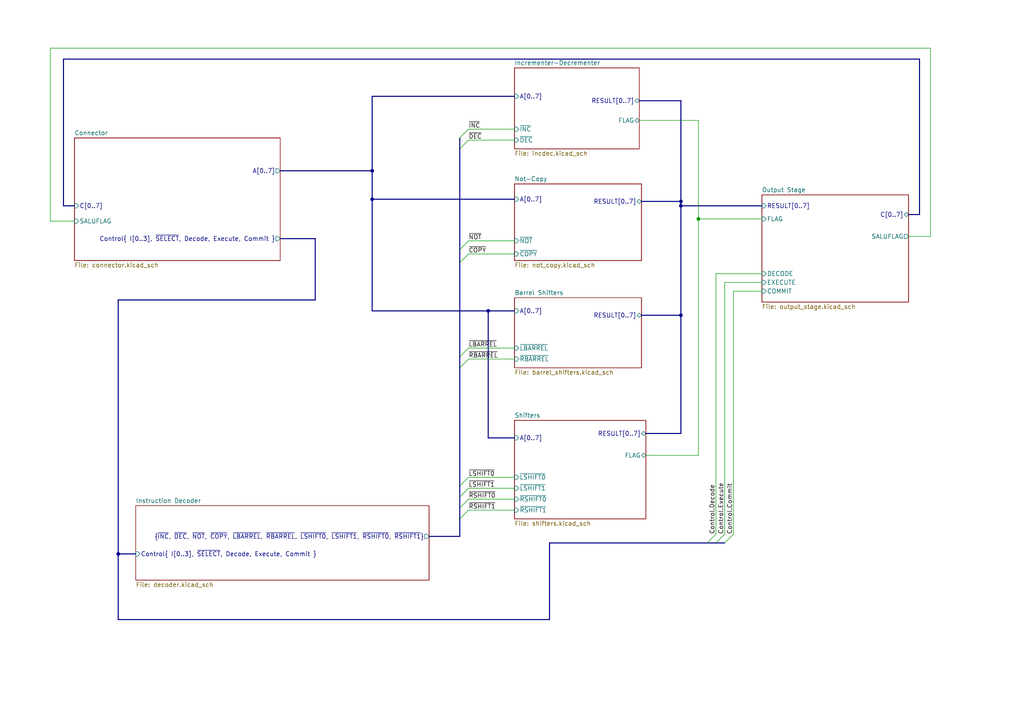
<source format=kicad_sch>
(kicad_sch (version 20211123) (generator eeschema)
  (paper "A4")
  (lib_symbols)
  (junction (at 197.485 91.44))
  (junction (at 202.565 63.5))
  (junction (at 197.485 59.69))
  (junction (at 107.95 57.785))
  (junction (at 197.485 58.42))
  (junction (at 141.605 90.17))
  (junction (at 34.29 160.655))
  (junction (at 107.95 49.53))
  (bus_entry (at 133.35 76.2) (size 2.54 -2.54))
  (bus_entry (at 133.35 140.97) (size 2.54 -2.54))
  (bus_entry (at 133.35 147.32) (size 2.54 -2.54))
  (bus_entry (at 133.35 144.145) (size 2.54 -2.54))
  (bus_entry (at 133.35 103.505) (size 2.54 -2.54))
  (bus_entry (at 133.35 43.18) (size 2.54 -2.54))
  (bus_entry (at 205.105 157.48) (size 2.54 -2.54))
  (bus_entry (at 133.35 150.495) (size 2.54 -2.54))
  (bus_entry (at 133.35 72.39) (size 2.54 -2.54))
  (bus_entry (at 210.185 157.48) (size 2.54 -2.54))
  (bus_entry (at 133.35 40.005) (size 2.54 -2.54))
  (bus_entry (at 133.35 106.68) (size 2.54 -2.54))
  (bus_entry (at 207.645 157.48) (size 2.54 -2.54))
  (bus (pts (xy 107.95 57.785) (xy 107.95 49.53)))
  (bus (pts (xy 207.645 157.48) (xy 210.185 157.48)))
  (wire (pts (xy 14.605 13.97) (xy 269.875 13.97)))
  (bus (pts (xy 133.35 43.18) (xy 133.35 72.39)))
  (bus (pts (xy 133.35 40.005) (xy 133.35 43.18)))
  (bus (pts (xy 159.385 157.48) (xy 205.105 157.48)))
  (bus (pts (xy 34.29 179.705) (xy 159.385 179.705)))
  (bus (pts (xy 197.485 125.73) (xy 187.325 125.73)))
  (wire (pts (xy 135.89 147.955) (xy 149.225 147.955)))
  (bus (pts (xy 18.415 59.69) (xy 21.59 59.69)))
  (wire (pts (xy 202.565 34.925) (xy 202.565 63.5)))
  (wire (pts (xy 202.565 63.5) (xy 202.565 132.08)))
  (wire (pts (xy 269.875 68.58) (xy 263.525 68.58)))
  (wire (pts (xy 135.89 40.64) (xy 149.225 40.64)))
  (bus (pts (xy 186.055 91.44) (xy 197.485 91.44)))
  (wire (pts (xy 135.89 141.605) (xy 149.225 141.605)))
  (bus (pts (xy 197.485 58.42) (xy 186.055 58.42)))
  (wire (pts (xy 207.645 79.375) (xy 220.98 79.375)))
  (bus (pts (xy 149.225 127) (xy 141.605 127)))
  (bus (pts (xy 205.105 157.48) (xy 207.645 157.48)))
  (bus (pts (xy 197.485 58.42) (xy 197.485 59.69)))
  (bus (pts (xy 149.225 57.785) (xy 107.95 57.785)))
  (wire (pts (xy 202.565 132.08) (xy 187.325 132.08)))
  (bus (pts (xy 18.415 17.145) (xy 18.415 59.69)))
  (bus (pts (xy 149.225 90.17) (xy 141.605 90.17)))
  (bus (pts (xy 266.7 62.23) (xy 266.7 17.145)))
  (bus (pts (xy 107.95 90.17) (xy 107.95 57.785)))
  (wire (pts (xy 135.89 37.465) (xy 149.225 37.465)))
  (bus (pts (xy 124.46 155.575) (xy 133.35 155.575)))
  (wire (pts (xy 269.875 13.97) (xy 269.875 68.58)))
  (bus (pts (xy 159.385 179.705) (xy 159.385 157.48)))
  (bus (pts (xy 107.95 49.53) (xy 107.95 27.94)))
  (wire (pts (xy 135.89 73.66) (xy 149.225 73.66)))
  (bus (pts (xy 197.485 59.69) (xy 197.485 91.44)))
  (bus (pts (xy 133.35 147.32) (xy 133.35 150.495)))
  (wire (pts (xy 202.565 63.5) (xy 220.98 63.5)))
  (bus (pts (xy 81.28 69.215) (xy 91.44 69.215)))
  (wire (pts (xy 210.185 154.94) (xy 210.185 81.915)))
  (bus (pts (xy 34.29 86.995) (xy 34.29 160.655)))
  (wire (pts (xy 14.605 64.135) (xy 14.605 13.97)))
  (bus (pts (xy 197.485 91.44) (xy 197.485 125.73)))
  (bus (pts (xy 107.95 27.94) (xy 149.225 27.94)))
  (bus (pts (xy 263.525 62.23) (xy 266.7 62.23)))
  (wire (pts (xy 212.725 84.455) (xy 220.98 84.455)))
  (bus (pts (xy 34.29 160.655) (xy 34.29 179.705)))
  (bus (pts (xy 133.35 150.495) (xy 133.35 155.575)))
  (wire (pts (xy 135.89 138.43) (xy 149.225 138.43)))
  (bus (pts (xy 133.35 72.39) (xy 133.35 76.2)))
  (bus (pts (xy 197.485 59.69) (xy 220.98 59.69)))
  (bus (pts (xy 81.28 49.53) (xy 107.95 49.53)))
  (bus (pts (xy 39.37 160.655) (xy 34.29 160.655)))
  (wire (pts (xy 207.645 154.94) (xy 207.645 79.375)))
  (bus (pts (xy 91.44 69.215) (xy 91.44 86.995)))
  (wire (pts (xy 212.725 154.94) (xy 212.725 84.455)))
  (bus (pts (xy 141.605 90.17) (xy 107.95 90.17)))
  (bus (pts (xy 197.485 29.21) (xy 197.485 58.42)))
  (wire (pts (xy 185.42 34.925) (xy 202.565 34.925)))
  (bus (pts (xy 133.35 144.145) (xy 133.35 147.32)))
  (wire (pts (xy 135.89 104.14) (xy 149.225 104.14)))
  (bus (pts (xy 141.605 127) (xy 141.605 90.17)))
  (wire (pts (xy 21.59 64.135) (xy 14.605 64.135)))
  (wire (pts (xy 135.89 144.78) (xy 149.225 144.78)))
  (bus (pts (xy 185.42 29.21) (xy 197.485 29.21)))
  (wire (pts (xy 135.89 69.85) (xy 149.225 69.85)))
  (wire (pts (xy 210.185 81.915) (xy 220.98 81.915)))
  (bus (pts (xy 133.35 106.68) (xy 133.35 140.97)))
  (bus (pts (xy 133.35 76.2) (xy 133.35 103.505)))
  (bus (pts (xy 133.35 140.97) (xy 133.35 144.145)))
  (bus (pts (xy 133.35 103.505) (xy 133.35 106.68)))
  (wire (pts (xy 135.89 100.965) (xy 149.225 100.965)))
  (bus (pts (xy 266.7 17.145) (xy 18.415 17.145)))
  (bus (pts (xy 91.44 86.995) (xy 34.29 86.995)))
  (label "Control.Execute" (at 210.185 154.94 90))
  (label "~{COPY}" (at 135.89 73.66 0))
  (label "~{LSHIFT1}" (at 135.89 141.605 0))
  (label "Control.Decode" (at 207.645 154.94 90))
  (label "~{LBARREL}" (at 135.89 100.965 0))
  (label "~{RSHIFT0}" (at 135.89 144.78 0))
  (label "Control.Commit" (at 212.725 154.94 90))
  (label "~{NOT}" (at 135.89 69.85 0))
  (label "~{LSHIFT0}" (at 135.89 138.43 0))
  (label "~{INC}" (at 135.89 37.465 0))
  (label "~{RSHIFT1}" (at 135.89 147.955 0))
  (label "~{DEC}" (at 135.89 40.64 0))
  (label "~{RBARREL}" (at 135.89 104.14 0))
  (sheet (at 149.225 53.34) (size 36.83 22.225) (stroke (width 0.1524))
    (property "Sheet name" "Not-Copy" (at 149.225 52.6284 0) (effects (justify left bottom)))
    (property "Sheet file" "not_copy.kicad_sch" (at 149.225 76.1496 0) (effects (justify left top)))
    (pin "A[0..7]" input (at 149.225 57.785 180))
    (pin "~{NOT}" input (at 149.225 69.85 180))
    (pin "~{COPY}" input (at 149.225 73.66 180))
    (pin "RESULT[0..7]" tri_state (at 186.055 58.42 0))
  )
  (sheet (at 21.59 40.005) (size 59.69 35.56) (stroke (width 0.1524))
    (property "Sheet name" "Connector" (at 21.59 39.2934 0) (effects (justify left bottom)))
    (property "Sheet file" "connector.kicad_sch" (at 21.59 76.1496 0) (effects (justify left top)))
    (pin "Control{ I[0..3], ~{SELECT}, Decode, Execute, Commit }" output (at 81.28 69.215 0))
    (pin "C[0..7]" input (at 21.59 59.69 180))
    (pin "A[0..7]" output (at 81.28 49.53 0))
    (pin "SALUFLAG" input (at 21.59 64.135 180))
  )
  (sheet (at 149.225 86.36) (size 36.83 20.32) (stroke (width 0.1524))
    (property "Sheet name" "Barrel Shifters" (at 149.225 85.6484 0) (effects (justify left bottom)))
    (property "Sheet file" "barrel_shifters.kicad_sch" (at 149.225 107.2646 0) (effects (justify left top)))
    (pin "~{RBARREL}" input (at 149.225 104.14 180))
    (pin "~{LBARREL}" input (at 149.225 100.965 180))
    (pin "A[0..7]" input (at 149.225 90.17 180))
    (pin "RESULT[0..7]" tri_state (at 186.055 91.44 0))
  )
  (sheet (at 39.37 146.685) (size 85.09 21.59) (stroke (width 0.1524))
    (property "Sheet name" "Instruction Decoder" (at 39.37 145.9734 0) (effects (justify left bottom)))
    (property "Sheet file" "decoder.kicad_sch" (at 39.37 168.8596 0) (effects (justify left top)))
    (pin "Control{ I[0..3], ~{SELECT}, Decode, Execute, Commit }" input (at 39.37 160.655 180))
    (pin "{~{INC}, ~{DEC}, ~{NOT}, ~{COPY}, ~{LBARREL}, ~{RBARREL}, ~{LSHIFT0}, ~{LSHIFT1}, ~{RSHIFT0}, ~{RSHIFT1}}" output (at 124.46 155.575 0))
  )
  (sheet (at 149.225 121.92) (size 38.1 28.575) (stroke (width 0.1524))
    (property "Sheet name" "Shifters" (at 149.225 121.2084 0) (effects (justify left bottom)))
    (property "Sheet file" "shifters.kicad_sch" (at 149.225 151.0796 0) (effects (justify left top)))
    (pin "~{LSHIFT0}" input (at 149.225 138.43 180))
    (pin "~{LSHIFT1}" input (at 149.225 141.605 180))
    (pin "A[0..7]" input (at 149.225 127 180))
    (pin "~{RSHIFT0}" input (at 149.225 144.78 180))
    (pin "~{RSHIFT1}" input (at 149.225 147.955 180))
    (pin "FLAG" tri_state (at 187.325 132.08 0))
    (pin "RESULT[0..7]" tri_state (at 187.325 125.73 0))
  )
  (sheet (at 220.98 56.515) (size 42.545 31.115) (stroke (width 0.1524))
    (property "Sheet name" "Output Stage" (at 220.98 55.8034 0) (effects (justify left bottom)))
    (property "Sheet file" "output_stage.kicad_sch" (at 220.98 88.2146 0) (effects (justify left top)))
    (pin "COMMIT" input (at 220.98 84.455 180))
    (pin "DECODE" input (at 220.98 79.375 180))
    (pin "EXECUTE" input (at 220.98 81.915 180))
    (pin "RESULT[0..7]" input (at 220.98 59.69 180))
    (pin "FLAG" input (at 220.98 63.5 180))
    (pin "C[0..7]" tri_state (at 263.525 62.23 0))
    (pin "SALUFLAG" output (at 263.525 68.58 0))
  )
  (sheet (at 149.225 19.685) (size 36.195 23.495) (stroke (width 0.1524))
    (property "Sheet name" "Incrementer-Decrementer" (at 149.225 18.9734 0) (effects (justify left bottom)))
    (property "Sheet file" "incdec.kicad_sch" (at 149.225 43.7646 0) (effects (justify left top)))
    (pin "~{DEC}" input (at 149.225 40.64 180))
    (pin "~{INC}" input (at 149.225 37.465 180))
    (pin "A[0..7]" input (at 149.225 27.94 180))
    (pin "RESULT[0..7]" tri_state (at 185.42 29.21 0))
    (pin "FLAG" tri_state (at 185.42 34.925 0))
  )
)
</source>
